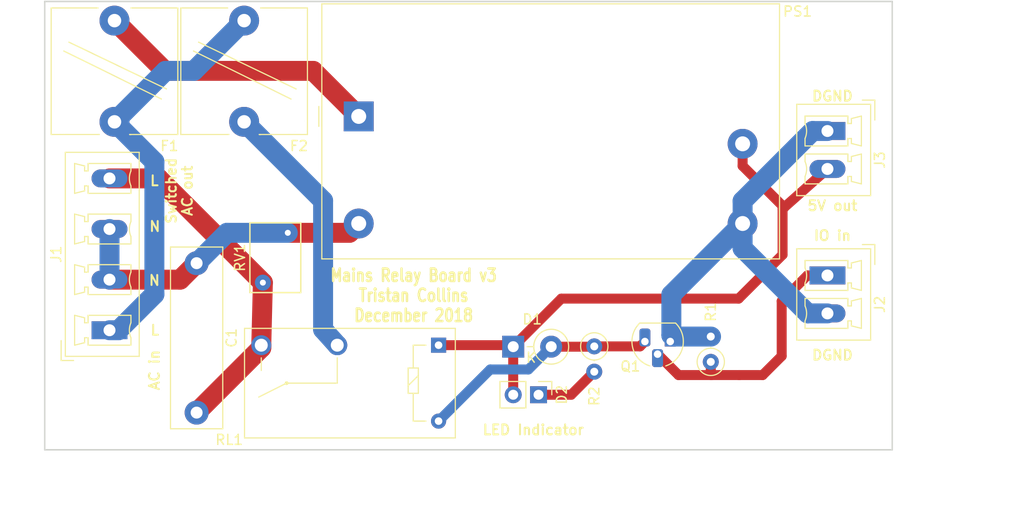
<source format=kicad_pcb>
(kicad_pcb (version 20211014) (generator pcbnew)
  (layers (0 "F.Cu" signal) (31 "B.Cu" signal) (34 "B.Paste" user) (35 "F.Paste" user) (36 "B.SilkS" user "B.Silkscreen") (37 "F.SilkS" user "F.Silkscreen") (38 "B.Mask" user) (39 "F.Mask" user) (44 "Edge.Cuts" user))
  (net 0 "")
  (net 1 "Net-(C1-Pad1)")
  (net 2 "Net-(C1-Pad2)")
  (net 3 "GNDD")
  (net 4 "5V")
  (net 5 "Net-(D1-Pad2)")
  (net 6 "Net-(D2-Pad1)")
  (net 7 "Net-(F1-Pad2)")
  (net 8 "Net-(F1-Pad1)")
  (net 9 "Net-(F2-Pad2)")
  (net 10 "Net-(J2-Pad1)")
  (footprint "Mounting_Holes:MountingHole_3.2mm_M3" (layer "F.Cu") (at 175 91)
    (fp_text reference "REF**" hide)
    (fp_text value "MountingHole_3.2mm_M3")
    (pad "" np_thru_hole circle locked (at 0 0) (size 3.2 3.2) (drill 3.2) (layers F&B.Cu *.Mask) (clearance 4))
  )
  (footprint "Mounting_Holes:MountingHole_3.2mm_M3" (layer "F.Cu") (at 175 126)
    (fp_text reference "REF**" hide)
    (fp_text value "MountingHole_3.2mm_M3")
    (pad "" np_thru_hole circle locked (at 0 0) (size 3.2 3.2) (drill 3.2) (layers F&B.Cu *.Mask) (clearance 4))
  )
  (footprint "Mounting_Holes:MountingHole_3.2mm_M3" (layer "F.Cu") (at 100 126)
    (fp_text reference "REF**" hide)
    (fp_text value "MountingHole_3.2mm_M3")
    (pad "" np_thru_hole circle locked (at 0 0) (size 3.2 3.2) (drill 3.2) (layers F&B.Cu *.Mask) (clearance 4))
  )
  (footprint "Capacitor_THT:C_Rect_L18.0mm_W5.0mm_P15.00mm_FKS3_FKP3" (layer "F.Cu") (at 110.236 112.268 -90)
    (fp_text reference "C1" (at 7.5 -3.5 -90) (layer "F.SilkS"))
    (fp_text value "100nF")
    (fp_line (start -1.62 -2.62) (end -1.62 2.62) (layer "F.SilkS") (width 0.12))
    (fp_line (start -1.62 2.62) (end 16.62 2.62) (layer "F.SilkS") (width 0.12))
    (fp_line (start 16.62 -2.62) (end 16.62 2.62) (layer "F.SilkS") (width 0.12))
    (fp_line (start -1.62 -2.62) (end 16.62 -2.62) (layer "F.SilkS") (width 0.12))
    (pad "1" thru_hole circle locked (at 0 0 270) (size 2.4 2.4) (drill 1.2) (layers *.Cu *.Mask) (net 1 "Net-(C1-Pad1)"))
    (pad "2" thru_hole circle locked (at 15 0 270) (size 2.4 2.4) (drill 1.2) (layers *.Cu *.Mask) (net 2 "Net-(C1-Pad2)"))
  )
  (footprint "Diode_THT:D_DO-41_SOD81_P3.81mm_Vertical_KathodeUp" (layer "F.Cu") (at 141.986 120.65)
    (fp_text reference "D1" (at 1.905 -2.750635) (layer "F.SilkS"))
    (fp_text value "D")
    (fp_text user "K" (at 1.8 1.1) (layer "F.SilkS"))
    (fp_line (start 2.059365 0) (end 1.4 0) (layer "F.SilkS") (width 0.12))
    (fp_circle (center 3.81 0) (end 5.560635 0) (layer "F.SilkS") (width 0.12) (fill none))
    (pad "1" thru_hole rect (at 0 0) (size 2.2 2.2) (drill 1.1) (layers *.Cu *.Mask) (net 4 "5V"))
    (pad "2" thru_hole oval (at 3.81 0) (size 2.2 2.2) (drill 1.1) (layers *.Cu *.Mask) (net 5 "Net-(D1-Pad2)"))
  )
  (footprint "Connector_PinHeader_2.54mm:PinHeader_1x02_P2.54mm_Vertical" (layer "F.Cu") (at 144.526 125.476 -90)
    (fp_text reference "D2" (at 0 -2.33 90) (layer "F.SilkS"))
    (fp_text value "LED")
    (fp_line (start 1.33 1.27) (end 1.33 3.87) (layer "F.SilkS") (width 0.12))
    (fp_line (start -1.33 3.87) (end 1.33 3.87) (layer "F.SilkS") (width 0.12))
    (fp_line (start -1.33 1.27) (end 1.33 1.27) (layer "F.SilkS") (width 0.12))
    (fp_line (start -1.33 -1.33) (end 0 -1.33) (layer "F.SilkS") (width 0.12))
    (fp_line (start -1.33 0) (end -1.33 -1.33) (layer "F.SilkS") (width 0.12))
    (fp_line (start -1.33 1.27) (end -1.33 3.87) (layer "F.SilkS") (width 0.12))
    (pad "1" thru_hole rect (at 0 0 270) (size 1.7 1.7) (drill 1) (layers *.Cu *.Mask) (net 6 "Net-(D2-Pad1)"))
    (pad "2" thru_hole oval (at 0 2.54 270) (size 1.7 1.7) (drill 1) (layers *.Cu *.Mask) (net 4 "5V"))
  )
  (footprint "Connector_Phoenix_MC:PhoenixContact_MCV_1,5_2-G-3.81_1x02_P3.81mm_Vertical" (layer "F.Cu") (at 173.5 113.5 -90)
    (fp_text reference "J2" (at 2.905 -5.25 -90) (layer "F.SilkS"))
    (fp_text value "Screw_Terminal_1x02")
    (fp_line (start -1.5 2.25) (end -1.5 -2.05) (layer "F.SilkS") (width 0.12))
    (fp_line (start -3.1 -4.75) (end -1.1 -4.75) (layer "F.SilkS") (width 0.12))
    (fp_line (start 4.56 -2.4) (end 4.56 -2.05) (layer "F.SilkS") (width 0.12))
    (fp_line (start 3.06 2.25) (end 2.31 2.25) (layer "F.SilkS") (width 0.12))
    (fp_line (start 0.75 -2.4) (end 0.75 -2.05) (layer "F.SilkS") (width 0.12))
    (fp_line (start -1.25 -2.4) (end -1.5 -3.4) (layer "F.SilkS") (width 0.12))
    (fp_line (start -1.5 -2.05) (end -0.75 -2.05) (layer "F.SilkS") (width 0.12))
    (fp_line (start -1.5 -3.4) (end 1.5 -3.4) (layer "F.SilkS") (width 0.12))
    (fp_line (start -0.75 -2.4) (end -1.25 -2.4) (layer "F.SilkS") (width 0.12))
    (fp_line (start 1.5 -3.4) (end 1.25 -2.4) (layer "F.SilkS") (width 0.12))
    (fp_line (start 2.31 2.25) (end 2.31 -2.05) (layer "F.SilkS") (width 0.12))
    (fp_line (start 1.5 2.25) (end 0.75 2.25) (layer "F.SilkS") (width 0.12))
    (fp_line (start 5.06 -2.4) (end 4.56 -2.4) (layer "F.SilkS") (width 0.12))
    (fp_line (start 2.31 -3.4) (end 5.31 -3.4) (layer "F.SilkS") (width 0.12))
    (fp_line (start 1.25 -2.4) (end 0.75 -2.4) (layer "F.SilkS") (width 0.12))
    (fp_line (start 0.75 -2.05) (end 1.5 -2.05) (layer "F.SilkS") (width 0.12))
    (fp_line (start 5.31 -2.05) (end 5.31 2.25) (layer "F.SilkS") (width 0.12))
    (fp_line (start 3.06 -2.05) (end 3.06 -2.4) (layer "F.SilkS") (width 0.12))
    (fp_line (start 2.31 -2.05) (end 3.06 -2.05) (layer "F.SilkS") (width 0.12))
    (fp_line (start -0.75 2.25) (end -1.5 2.25) (layer "F.SilkS") (width 0.12))
    (fp_line (start -2.68 -4.33) (end -2.68 3.08) (layer "F.SilkS") (width 0.12))
    (fp_line (start 5.31 2.25) (end 4.56 2.25) (layer "F.SilkS") (width 0.12))
    (fp_line (start -3.1 -3.5) (end -3.1 -4.75) (layer "F.SilkS") (width 0.12))
    (fp_line (start 6.49 3.08) (end 6.49 -4.33) (layer "F.SilkS") (width 0.12))
    (fp_line (start 6.49 -4.33) (end -2.68 -4.33) (layer "F.SilkS") (width 0.12))
    (fp_line (start 1.5 -2.05) (end 1.5 2.25) (layer "F.SilkS") (width 0.12))
    (fp_line (start 3.06 -2.4) (end 2.56 -2.4) (layer "F.SilkS") (width 0.12))
    (fp_line (start 2.56 -2.4) (end 2.31 -3.4) (layer "F.SilkS") (width 0.12))
    (fp_line (start 4.56 -2.05) (end 5.31 -2.05) (layer "F.SilkS") (width 0.12))
    (fp_line (start 5.31 -3.4) (end 5.06 -2.4) (layer "F.SilkS") (width 0.12))
    (fp_line (start -2.68 3.08) (end 6.49 3.08) (layer "F.SilkS") (width 0.12))
    (fp_line (start -0.75 -2.05) (end -0.75 -2.4) (layer "F.SilkS") (width 0.12))
    (fp_arc (start -0.75 2.25) (mid -0.000193 2.09191) (end 0.749647 2.249844) (layer "F.SilkS") (width 0.12))
    (fp_arc (start 3.06 2.25) (mid 3.809807 2.09191) (end 4.559647 2.249844) (layer "F.SilkS") (width 0.12))
    (pad "1" thru_hole rect locked (at 0 0 270) (size 1.8 3.6) (drill 1.2) (layers *.Cu *.Mask) (net 10 "Net-(J2-Pad1)"))
    (pad "2" thru_hole oval locked (at 3.81 0 270) (size 1.8 3.6) (drill 1.2) (layers *.Cu *.Mask) (net 3 "GNDD"))
  )
  (footprint "Connector_Phoenix_MC:PhoenixContact_MCV_1,5_2-G-3.81_1x02_P3.81mm_Vertical" (layer "F.Cu") (at 173.5 99 -90)
    (fp_text reference "J3" (at 2.905 -5.25 -90) (layer "F.SilkS"))
    (fp_text value "Screw_Terminal_1x02")
    (fp_line (start 5.31 -3.4) (end 5.06 -2.4) (layer "F.SilkS") (width 0.12))
    (fp_line (start 0.75 -2.05) (end 1.5 -2.05) (layer "F.SilkS") (width 0.12))
    (fp_line (start -0.75 2.25) (end -1.5 2.25) (layer "F.SilkS") (width 0.12))
    (fp_line (start -1.5 -3.4) (end 1.5 -3.4) (layer "F.SilkS") (width 0.12))
    (fp_line (start -2.68 3.08) (end 6.49 3.08) (layer "F.SilkS") (width 0.12))
    (fp_line (start 5.06 -2.4) (end 4.56 -2.4) (layer "F.SilkS") (width 0.12))
    (fp_line (start -1.25 -2.4) (end -1.5 -3.4) (layer "F.SilkS") (width 0.12))
    (fp_line (start -3.1 -4.75) (end -1.1 -4.75) (layer "F.SilkS") (width 0.12))
    (fp_line (start -0.75 -2.05) (end -0.75 -2.4) (layer "F.SilkS") (width 0.12))
    (fp_line (start 2.31 -3.4) (end 5.31 -3.4) (layer "F.SilkS") (width 0.12))
    (fp_line (start 4.56 -2.4) (end 4.56 -2.05) (layer "F.SilkS") (width 0.12))
    (fp_line (start 1.5 -3.4) (end 1.25 -2.4) (layer "F.SilkS") (width 0.12))
    (fp_line (start 1.5 -2.05) (end 1.5 2.25) (layer "F.SilkS") (width 0.12))
    (fp_line (start 1.25 -2.4) (end 0.75 -2.4) (layer "F.SilkS") (width 0.12))
    (fp_line (start 2.31 2.25) (end 2.31 -2.05) (layer "F.SilkS") (width 0.12))
    (fp_line (start 3.06 -2.05) (end 3.06 -2.4) (layer "F.SilkS") (width 0.12))
    (fp_line (start -1.5 -2.05) (end -0.75 -2.05) (layer "F.SilkS") (width 0.12))
    (fp_line (start 2.56 -2.4) (end 2.31 -3.4) (layer "F.SilkS") (width 0.12))
    (fp_line (start -1.5 2.25) (end -1.5 -2.05) (layer "F.SilkS") (width 0.12))
    (fp_line (start 6.49 -4.33) (end -2.68 -4.33) (layer "F.SilkS") (width 0.12))
    (fp_line (start -3.1 -3.5) (end -3.1 -4.75) (layer "F.SilkS") (width 0.12))
    (fp_line (start 5.31 -2.05) (end 5.31 2.25) (layer "F.SilkS") (width 0.12))
    (fp_line (start 2.31 -2.05) (end 3.06 -2.05) (layer "F.SilkS") (width 0.12))
    (fp_line (start 4.56 -2.05) (end 5.31 -2.05) (layer "F.SilkS") (width 0.12))
    (fp_line (start 1.5 2.25) (end 0.75 2.25) (layer "F.SilkS") (width 0.12))
    (fp_line (start -2.68 -4.33) (end -2.68 3.08) (layer "F.SilkS") (width 0.12))
    (fp_line (start 5.31 2.25) (end 4.56 2.25) (layer "F.SilkS") (width 0.12))
    (fp_line (start -0.75 -2.4) (end -1.25 -2.4) (layer "F.SilkS") (width 0.12))
    (fp_line (start 6.49 3.08) (end 6.49 -4.33) (layer "F.SilkS") (width 0.12))
    (fp_line (start 0.75 -2.4) (end 0.75 -2.05) (layer "F.SilkS") (width 0.12))
    (fp_line (start 3.06 -2.4) (end 2.56 -2.4) (layer "F.SilkS") (width 0.12))
    (fp_line (start 3.06 2.25) (end 2.31 2.25) (layer "F.SilkS") (width 0.12))
    (fp_arc (start -0.75 2.25) (mid -0.000193 2.09191) (end 0.749647 2.249844) (layer "F.SilkS") (width 0.12))
    (fp_arc (start 3.06 2.25) (mid 3.809807 2.09191) (end 4.559647 2.249844) (layer "F.SilkS") (width 0.12))
    (pad "1" thru_hole rect locked (at 0 0 270) (size 1.8 3.6) (drill 1.2) (layers *.Cu *.Mask) (net 3 "GNDD"))
    (pad "2" thru_hole oval locked (at 3.81 0 270) (size 1.8 3.6) (drill 1.2) (layers *.Cu *.Mask) (net 4 "5V"))
  )
  (footprint "Package_TO_SOT_THT:TO-92_HandSolder" (layer "F.Cu") (at 157.734 120.13 180)
    (fp_text reference "Q1" (at 4 -2.5) (layer "F.SilkS"))
    (fp_text value "TN0702N3")
    (fp_line (start -0.53 1.85) (end 3.07 1.85) (layer "F.SilkS") (width 0.12))
    (fp_arc (start -0.541875 1.841741) (mid -1.247231 -0.581764) (end 0.45 -2.45) (layer "F.SilkS") (width 0.12))
    (fp_arc (start 2.05 -2.45) (mid 3.769931 -0.601036) (end 3.078445 1.827684) (layer "F.SilkS") (width 0.12))
    (pad "1" thru_hole rect locked (at 0 0 180) (size 1.1 1.8) (drill 0.75 (offset 0 0.4)) (layers *.Cu *.Mask) (net 3 "GNDD"))
    (pad "2" thru_hole roundrect locked (at 1.27 -1.27 180) (size 1.1 1.8) (drill 0.75 (offset 0 -0.4)) (layers *.Cu *.Mask) (net 10 "Net-(J2-Pad1)"))
    (pad "3" thru_hole roundrect locked (at 2.54 0 180) (size 1.1 1.8) (drill 0.75 (offset 0 0.4)) (layers *.Cu *.Mask) (net 5 "Net-(D1-Pad2)"))
  )
  (footprint "Varistor:RV_Disc_D7mm_W5.1mm_P5mm" (layer "F.Cu") (at 119.38 109.22 -90)
    (fp_text reference "RV1" (at 2.5 4.8 -90) (layer "F.SilkS"))
    (fp_text value "400V")
    (fp_line (start -1 -1.3) (end -1 3.8) (layer "F.SilkS") (width 0.15))
    (fp_line (start 6 -1.3) (end 6 3.8) (layer "F.SilkS") (width 0.15))
    (fp_line (start -1 -1.3) (end 6 -1.3) (layer "F.SilkS") (width 0.15))
    (fp_line (start -1 3.8) (end 6 3.8) (layer "F.SilkS") (width 0.15))
    (pad "1" thru_hole circle locked (at 0 0 270) (size 1.6 1.6) (drill 0.6) (layers *.Cu *.Mask) (net 1 "Net-(C1-Pad1)"))
    (pad "2" thru_hole circle locked (at 5 2.5 270) (size 1.6 1.6) (drill 0.6) (layers *.Cu *.Mask) (net 2 "Net-(C1-Pad2)"))
  )
  (footprint "Converter_ACDC:Converter_ACDC_MeanWell_IRM-05-xx_THT" (layer "F.Cu") (at 126.492 97.536)
    (fp_text reference "PS1" (at 44.008 -10.536) (layer "F.SilkS"))
    (fp_text value "IRM-10-5")
    (fp_line (start -3.7 -11.3) (end 42.2 -11.3) (layer "F.SilkS") (width 0.12))
    (fp_line (start 42.2 -11.3) (end 42.2 14.3) (layer "F.SilkS") (width 0.12))
    (fp_line (start -3.7 -11.3) (end -3.7 14.3) (layer "F.SilkS") (width 0.12))
    (fp_line (start -3.7 14.3) (end 42.2 14.3) (layer "F.SilkS") (width 0.12))
    (fp_line (start -4 -1) (end -4 1) (layer "F.SilkS") (width 0.12))
    (pad "1" thru_hole rect locked (at 0 0) (size 3 3) (drill 1.5) (layers *.Cu *.Mask) (net 8 "Net-(F1-Pad1)"))
    (pad "2" thru_hole circle locked (at 0 10.75) (size 3 3) (drill 1.5) (layers *.Cu *.Mask) (net 1 "Net-(C1-Pad1)"))
    (pad "3" thru_hole circle locked (at 38.5 10.75) (size 3 3) (drill 1.5) (layers *.Cu *.Mask) (net 3 "GNDD"))
    (pad "4" thru_hole circle locked (at 38.5 2.75) (size 3 3) (drill 1.5) (layers *.Cu *.Mask) (net 4 "5V"))
  )
  (footprint "Relay_THT:Relay_SPST_Omron-G5Q-1A" (layer "F.Cu") (at 134.5 120.5 180)
    (fp_text reference "RL1" (at 21 -9.5) (layer "F.SilkS"))
    (fp_text value "G5Q-1A")
    (fp_line (start -1.68 1.69) (end 19.46 1.69) (layer "F.SilkS") (width 0.12))
    (fp_line (start 17.78 -1.27) (end 17.78 -2.54) (layer "F.SilkS") (width 0.12))
    (fp_line (start 2.54 -4.83) (end 3.05 -4.83) (layer "F.SilkS") (width 0.12))
    (fp_line (start 2.03 -4.83) (end 2.54 -4.83) (layer "F.SilkS") (width 0.12))
    (fp_line (start -1.68 1.69) (end -1.68 -9.31) (layer "F.SilkS") (width 0.12))
    (fp_line (start 3.05 -4.83) (end 3.05 -2.29) (layer "F.SilkS") (width 0.12))
    (fp_line (start 2.03 -2.29) (end 2.03 -4.83) (layer "F.SilkS") (width 0.12))
    (fp_line (start 2.54 -7.62) (end 1.27 -7.62) (layer "F.SilkS") (width 0.12))
    (fp_line (start 2.54 -4.83) (end 2.54 -7.62) (layer "F.SilkS") (width 0.12))
    (fp_line (start 19.46 1.69) (end 19.46 -9.31) (layer "F.SilkS") (width 0.12))
    (fp_line (start 10.16 -1.27) (end 10.16 -3.81) (layer "F.SilkS") (width 0.12))
    (fp_line (start 2.54 -2.29) (end 2.03 -2.29) (layer "F.SilkS") (width 0.12))
    (fp_line (start 1.27 0) (end 2.54 0) (layer "F.SilkS") (width 0.12))
    (fp_line (start 10.16 -3.81) (end 15.24 -3.81) (layer "F.SilkS") (width 0.12))
    (fp_line (start -1.68 -9.31) (end 19.46 -9.31) (layer "F.SilkS") (width 0.12))
    (fp_line (start 2.54 0) (end 2.54 -2.29) (layer "F.SilkS") (width 0.12))
    (fp_line (start 2.03 -3.05) (end 3.05 -4.06) (layer "F.SilkS") (width 0.12))
    (fp_line (start 15.24 -3.81) (end 18.03 -5.21) (layer "F.SilkS") (width 0.12))
    (fp_line (start 3.05 -2.29) (end 2.54 -2.29) (layer "F.SilkS") (width 0.12))
    (fp_circle (center 15.24 -3.81) (end 15.24 -3.68) (layer "F.SilkS") (width 0.12) (fill none))
    (pad "1" thru_hole rect locked (at 0 0) (size 1.52 1.52) (drill 0.76) (layers *.Cu *.Mask) (net 4 "5V"))
    (pad "2" thru_hole circle locked (at 10.16 0) (size 2 2) (drill 1.3) (layers *.Cu *.Mask) (net 9 "Net-(F2-Pad2)"))
    (pad "3" thru_hole circle locked (at 17.78 0) (size 2 2) (drill 1.3) (layers *.Cu *.Mask) (net 2 "Net-(C1-Pad2)"))
    (pad "5" thru_hole circle locked (at 0 -7.62) (size 1.52 1.52) (drill 0.76) (layers *.Cu *.Mask) (net 5 "Net-(D1-Pad2)"))
  )
  (footprint "Fuse:Fuseholder_Cylinder-5x20mm_Bulgin_FX0456_Vertical_Closed" (layer "F.Cu") (at 115 87.92 -90)
    (fp_text reference "F2" (at 12.58 -5.5) (layer "F.SilkS"))
    (fp_text value "5-16A")
    (fp_line (start 11.43 -1.52) (end 11.43 -1.65) (layer "F.SilkS") (width 0.12))
    (fp_line (start 11.43 -6.35) (end 11.43 -1.52) (layer "F.SilkS") (width 0.12))
    (fp_line (start 11.43 -6.35) (end -1.27 -6.35) (layer "F.SilkS") (width 0.12))
    (fp_line (start 7.87 -4.7) (end 3.05 5.08) (layer "F.SilkS") (width 0.12))
    (fp_line (start 11.43 6.35) (end 11.43 1.52) (layer "F.SilkS") (width 0.12))
    (fp_line (start -1.27 6.35) (end -1.27 1.65) (layer "F.SilkS") (width 0.12))
    (fp_line (start -1.27 6.35) (end 11.43 6.35) (layer "F.SilkS") (width 0.12))
    (fp_line (start -1.27 -6.35) (end -1.27 -1.65) (layer "F.SilkS") (width 0.12))
    (fp_line (start 6.86 -5.21) (end 2.16 4.57) (layer "F.SilkS") (width 0.12))
    (pad "" np_thru_hole circle locked (at 0.08 -5 270) (size 2.2 2.2) (drill 2.2) (layers *.Cu *.Mask))
    (pad "" np_thru_hole circle locked (at 0.08 5 270) (size 2.2 2.2) (drill 2.2) (layers *.Cu *.Mask))
    (pad "" np_thru_hole circle locked (at 10.08 5 270) (size 2.2 2.2) (drill 2.2) (layers *.Cu *.Mask))
    (pad "" np_thru_hole circle locked (at 10.08 -5 270) (size 2.2 2.2) (drill 2.2) (layers *.Cu *.Mask))
    (pad "1" thru_hole circle locked (at 0 0 270) (size 3 3) (drill 1.35) (layers *.Cu *.Mask) (net 7 "Net-(F1-Pad2)"))
    (pad "2" thru_hole circle locked (at 10.16 0 270) (size 3 3) (drill 1.35) (layers *.Cu *.Mask) (net 9 "Net-(F2-Pad2)"))
  )
  (footprint "Resistor_THT:R_Axial_DIN0207_L6.3mm_D2.5mm_P2.54mm_Vertical" (layer "F.Cu") (at 161.798 122.174 90)
    (fp_text reference "R1" (at 5 0 90) (layer "F.SilkS"))
    (fp_text value "10k")
    (fp_line (start 1.37 0) (end 1.44 0) (layer "F.SilkS") (width 0.12))
    (fp_circle (center 0 0) (end 1.37 0) (layer "F.SilkS") (width 0.12) (fill none))
    (pad "1" thru_hole circle locked (at 0 0 90) (size 1.6 1.6) (drill 0.8) (layers *.Cu *.Mask) (net 10 "Net-(J2-Pad1)"))
    (pad "2" thru_hole oval locked (at 2.54 0 90) (size 1.6 1.6) (drill 0.8) (layers *.Cu *.Mask) (net 3 "GNDD"))
  )
  (footprint "Resistor_THT:R_Axial_DIN0207_L6.3mm_D2.5mm_P2.54mm_Vertical" (layer "F.Cu") (at 150.114 120.621 -90)
    (fp_text reference "R2" (at 5 0 90) (layer "F.SilkS"))
    (fp_text value "1k")
    (fp_line (start 1.37 0) (end 1.44 0) (layer "F.SilkS") (width 0.12))
    (fp_circle (center 0 0) (end 1.37 0) (layer "F.SilkS") (width 0.12) (fill none))
    (pad "1" thru_hole circle locked (at 0 0 270) (size 1.6 1.6) (drill 0.8) (layers *.Cu *.Mask) (net 5 "Net-(D1-Pad2)"))
    (pad "2" thru_hole oval locked (at 2.54 0 270) (size 1.6 1.6) (drill 0.8) (layers *.Cu *.Mask) (net 6 "Net-(D2-Pad1)"))
  )
  (footprint "Fuse:Fuseholder_Cylinder-5x20mm_Bulgin_FX0456_Vertical_Closed" (layer "F.Cu") (at 102 87.92 -90)
    (fp_text reference "F1" (at 12.58 -5.5) (layer "F.SilkS"))
    (fp_text value "500mA")
    (fp_line (start 11.43 -6.35) (end 11.43 -1.52) (layer "F.SilkS") (width 0.12))
    (fp_line (start -1.27 6.35) (end -1.27 1.65) (layer "F.SilkS") (width 0.12))
    (fp_line (start 11.43 -6.35) (end -1.27 -6.35) (layer "F.SilkS") (width 0.12))
    (fp_line (start 7.87 -4.7) (end 3.05 5.08) (layer "F.SilkS") (width 0.12))
    (fp_line (start -1.27 6.35) (end 11.43 6.35) (layer "F.SilkS") (width 0.12))
    (fp_line (start -1.27 -6.35) (end -1.27 -1.65) (layer "F.SilkS") (width 0.12))
    (fp_line (start 11.43 -1.52) (end 11.43 -1.65) (layer "F.SilkS") (width 0.12))
    (fp_line (start 11.43 6.35) (end 11.43 1.52) (layer "F.SilkS") (width 0.12))
    (fp_line (start 6.86 -5.21) (end 2.16 4.57) (layer "F.SilkS") (width 0.12))
    (pad "" np_thru_hole circle locked (at 0.08 -5 270) (size 2.2 2.2) (drill 2.2) (layers *.Cu *.Mask))
    (pad "" np_thru_hole circle locked (at 10.08 -5 270) (size 2.2 2.2) (drill 2.2) (layers *.Cu *.Mask))
    (pad "" np_thru_hole circle locked (at 0.08 5 270) (size 2.2 2.2) (drill 2.2) (layers *.Cu *.Mask))
    (pad "" np_thru_hole circle locked (at 10.08 5 270) (size 2.2 2.2) (drill 2.2) (layers *.Cu *.Mask))
    (pad "1" thru_hole circle locked (at 0 0 270) (size 3 3) (drill 1.35) (layers *.Cu *.Mask) (net 8 "Net-(F1-Pad1)"))
    (pad "2" thru_hole circle locked (at 10.16 0 270) (size 3 3) (drill 1.35) (layers *.Cu *.Mask) (net 7 "Net-(F1-Pad2)"))
  )
  (footprint "Connector_Phoenix_MC_HighVoltage:PhoenixContact_MCV_1,5_4-G-5.08_1x04_P5.08mm_Vertical" (layer "F.Cu") (at 101.5 119 90)
    (fp_text reference "J1" (at 7.62 -5.35 90) (layer "F.SilkS"))
    (fp_text value "Screw_Terminal_1x04")
    (fp_line (start 4.33 2.15) (end 3.58 2.15) (layer "F.SilkS") (width 0.12))
    (fp_line (start 0.75 -2.15) (end 1.5 -2.15) (layer "F.SilkS") (width 0.12))
    (fp_line (start 9.41 -2.15) (end 9.41 -2.5) (layer "F.SilkS") (width 0.12))
    (fp_line (start 3.83 -2.5) (end 3.58 -3.5) (layer "F.SilkS") (width 0.12))
    (fp_line (start 9.41 -2.5) (end 8.91 -2.5) (layer "F.SilkS") (width 0.12))
    (fp_line (start 6.58 -2.15) (end 6.58 2.15) (layer "F.SilkS") (width 0.12))
    (fp_line (start 16.74 2.15) (end 15.99 2.15) (layer "F.SilkS") (width 0.12))
    (fp_line (start 1.5 -2.15) (end 1.5 2.15) (layer "F.SilkS") (width 0.12))
    (fp_line (start -2.62 -4.43) (end -2.62 2.98) (layer "F.SilkS") (width 0.12))
    (fp_line (start 4.33 -2.5) (end 3.83 -2.5) (layer "F.SilkS") (width 0.12))
    (fp_line (start 1.25 -2.5) (end 0.75 -2.5) (layer "F.SilkS") (width 0.12))
    (fp_line (start 11.41 -2.5) (end 10.91 -2.5) (layer "F.SilkS") (width 0.12))
    (fp_line (start 9.41 2.15) (end 8.66 2.15) (layer "F.SilkS") (width 0.12))
    (fp_line (start 5.83 -2.5) (end 5.83 -2.15) (layer "F.SilkS") (width 0.12))
    (fp_line (start 1.5 -3.5) (end 1.25 -2.5) (layer "F.SilkS") (width 0.12))
    (fp_line (start 16.49 -2.5) (end 15.99 -2.5) (layer "F.SilkS") (width 0.12))
    (fp_line (start -0.75 -2.15) (end -0.75 -2.5) (layer "F.SilkS") (width 0.12))
    (fp_line (start 13.99 -2.5) (end 13.74 -3.5) (layer "F.SilkS") (width 0.12))
    (fp_line (start 3.58 2.15) (end 3.58 -2.15) (layer "F.SilkS") (width 0.12))
    (fp_line (start 8.66 -3.5) (end 11.66 -3.5) (layer "F.SilkS") (width 0.12))
    (fp_line (start 14.49 2.15) (end 13.74 2.15) (layer "F.SilkS") (width 0.12))
    (fp_line (start 16.74 -2.15) (end 16.74 2.15) (layer "F.SilkS") (width 0.12))
    (fp_line (start -0.75 -2.5) (end -1.25 -2.5) (layer "F.SilkS") (width 0.12))
    (fp_line (start 5.83 -2.15) (end 6.58 -2.15) (layer "F.SilkS") (width 0.12))
    (fp_line (start 3.58 -3.5) (end 6.58 -3.5) (layer "F.SilkS") (width 0.12))
    (fp_line (start -1.5 2.15) (end -1.5 -2.15) (layer "F.SilkS") (width 0.12))
    (fp_line (start 14.49 -2.15) (end 14.49 -2.5) (layer "F.SilkS") (width 0.12))
    (fp_line (start 3.58 -2.15) (end 4.33 -2.15) (layer "F.SilkS") (width 0.12))
    (fp_line (start -2.62 2.98) (end 17.86 2.98) (layer "F.SilkS") (width 0.12))
    (fp_line (start 14.49 -2.5) (end 13.99 -2.5) (layer "F.SilkS") (width 0.12))
    (fp_line (start 8.91 -2.5) (end 8.66 -3.5) (layer "F.SilkS") (width 0.12))
    (fp_line (start 13.74 -3.5) (end 16.74 -3.5) (layer "F.SilkS") (width 0.12))
    (fp_line (start 4.33 -2.15) (end 4.33 -2.5) (layer "F.SilkS") (width 0.12))
    (fp_line (start 16.74 -3.5) (end 16.49 -2.5) (layer "F.SilkS") (width 0.12))
    (fp_line (start -0.75 2.15) (end -1.5 2.15) (layer "F.SilkS") (width 0.12))
    (fp_line (start 15.99 -2.5) (end 15.99 -2.15) (layer "F.SilkS") (width 0.12))
    (fp_line (start 0.75 -2.5) (end 0.75 -2.15) (layer "F.SilkS") (width 0.12))
    (fp_line (start 17.86 -4.43) (end -2.62 -4.43) (layer "F.SilkS") (width 0.12))
    (fp_line (start -1.5 -2.15) (end -0.75 -2.15) (layer "F.SilkS") (width 0.12))
    (fp_line (start 15.99 -2.15) (end 16.74 -2.15) (layer "F.SilkS") (width 0.12))
    (fp_line (start 11.66 -2.15) (end 11.66 2.15) (layer "F.SilkS") (width 0.12))
    (fp_line (start 8.66 -2.15) (end 9.41 -2.15) (layer "F.SilkS") (width 0.12))
    (fp_line (start 17.86 2.98) (end 17.86 -4.43) (layer "F.SilkS") (width 0.12))
    (fp_line (start 1.5 2.15) (end 0.75 2.15) (layer "F.SilkS") (width 0.12))
    (fp_line (start 13.74 -2.15) (end 14.49 -2.15) (layer "F.SilkS") (width 0.12))
    (fp_line (start 13.74 2.15) (end 13.74 -2.15) (layer "F.SilkS") (width 0.12))
    (fp_line (start 8.66 2.15) (end 8.66 -2.15) (layer "F.SilkS") (width 0.12))
    (fp_line (start -1.25 -2.5) (end -1.5 -3.5) (layer "F.SilkS") (width 0.12))
    (fp_line (start 11.66 -3.5) (end 11.41 -2.5) (layer "F.SilkS") (width 0.12))
    (fp_line (start -3.04 -4.85) (end -1.04 -4.85) (layer "F.SilkS") (width 0.12))
    (fp_line (start 11.66 2.15) (end 10.91 2.15) (layer "F.SilkS") (width 0.12))
    (fp_line (start 6.33 -2.5) (end 5.83 -2.5) (layer "F.SilkS") (width 0.12))
    (fp_line (start -3.04 -3.6) (end -3.04 -4.85) (layer "F.SilkS") (width 0.12))
    (fp_line (start -1.5 -3.5) (end 1.5 -3.5) (layer "F.SilkS") (width 0.12))
    (fp_line (start 10.91 -2.15) (end 11.66 -2.15) (layer "F.SilkS") (width 0.12))
    (fp_line (start 6.58 -3.5) (end 6.33 -2.5) (layer "F.SilkS") (width 0.12))
    (fp_line (start 10.91 -2.5) (end 10.91 -2.15) (layer "F.SilkS") (width 0.12))
    (fp_line (start 6.58 2.15) (end 5.83 2.15) (layer "F.SilkS") (width 0.12))
    (fp_arc (start 9.41 2.15) (mid 10.159807 1.99191) (end 10.909647 2.149844) (layer "F.SilkS") (width 0.12))
    (fp_arc (start 4.33 2.15) (mid 5.079807 1.99191) (end 5.829647 2.149844) (layer "F.SilkS") (width 0.12))
    (fp_arc (start -0.75 2.15) (mid -0.000193 1.99191) (end 0.749647 2.149844) (layer "F.SilkS") (width 0.12))
    (fp_arc (start 14.49 2.15) (mid 15.239807 1.99191) (end 15.989647 2.149844) (layer "F.SilkS") (width 0.12))
    (pad "1" thru_hole rect locked (at 0 0 90) (size 1.8 3.6) (drill 1.2) (layers *.Cu *.Mask) (net 7 "Net-(F1-Pad2)"))
    (pad "2" thru_hole oval locked (at 5.08 0 90) (size 1.8 3.6) (drill 1.2) (layers *.Cu *.Mask) (net 1 "Net-(C1-Pad1)"))
    (pad "3" thru_hole oval locked (at 10.16 0 90) (size 1.8 3.6) (drill 1.2) (layers *.Cu *.Mask) (net 1 "Net-(C1-Pad1)"))
    (pad "4" thru_hole oval locked (at 15.24 0 90) (size 1.8 3.6) (drill 1.2) (layers *.Cu *.Mask) (net 2 "Net-(C1-Pad2)"))
  )
  (gr_line (start 95 86) (end 180 86) (layer "Edge.Cuts") (width 0.15))
  (gr_line (start 180 131) (end 95 131) (layer "Edge.Cuts") (width 0.15))
  (gr_line (start 180 86) (end 180 131) (layer "Edge.Cuts") (width 0.15))
  (gr_line (start 95 131) (end 95 86) (layer "Edge.Cuts") (width 0.15))
  (gr_text "N" (at 106.045 108.585) (layer "F.SilkS") (effects (font (size 1 1) (thickness 0.2))))
  (gr_text "IO in" (at 174 109.5) (layer "F.SilkS") (effects (font (size 1 1) (thickness 0.2))))
  (gr_text "5V out" (at 174 106.5) (layer "F.SilkS") (effects (font (size 1 1) (thickness 0.2))))
  (gr_text "LED Indicator" (at 144 129) (layer "F.SilkS") (effects (font (size 1 1) (thickness 0.2))))
  (gr_text "Mains Relay Board v3\nTristan Collins\nDecember 2018" (at 132 115.5) (layer "F.SilkS") (effects (font (size 1.25 1) (thickness 0.25))))
  (gr_text "AC in" (at 106 123 90) (layer "F.SilkS") (effects (font (size 1 1) (thickness 0.2))))
  (gr_text "L" (at 106.045 119) (layer "F.SilkS") (effects (font (size 1 1) (thickness 0.2))))
  (gr_text "Switched\nAC out" (at 108.5 105 90) (layer "F.SilkS") (effects (font (size 1 1) (thickness 0.2))))
  (gr_text "DGND" (at 174 95.5) (layer "F.SilkS") (effects (font (size 1 1) (thickness 0.2))))
  (gr_text "L" (at 106 104) (layer "F.SilkS") (effects (font (size 1 1) (thickness 0.2))))
  (gr_text "DGND" (at 174 121.5) (layer "F.SilkS") (effects (font (size 1 1) (thickness 0.2))))
  (gr_text "N" (at 106 114) (layer "F.SilkS") (effects (font (size 1 1) (thickness 0.2))))
  (segment (start 108.584 113.92) (end 110.236 112.268) (width 2) (layer "F.Cu") (net 1))
  (segment (start 125.558 109.22) (end 126.492 108.286) (width 2) (layer "F.Cu") (net 1))
  (segment (start 119.38 109.22) (end 125.558 109.22) (width 2) (layer "F.Cu") (net 1))
  (segment (start 101.5 113.92) (end 108.584 113.92) (width 2) (layer "F.Cu") (net 1))
  (segment (start 101.5 113.92) (end 101.5 108.84) (width 2) (layer "B.Cu") (net 1))
  (segment (start 119.38 109.22) (end 113.284 109.22) (width 2) (layer "B.Cu") (net 1))
  (segment (start 113.284 109.22) (end 110.236 112.268) (width 2) (layer "B.Cu") (net 1))
  (segment (start 116.88 114.22) (end 116.72 120.5) (width 2) (layer "F.Cu") (net 2))
  (segment (start 101.5 103.76) (end 106.42 103.76) (width 2) (layer "F.Cu") (net 2))
  (segment (start 110.236 127.254) (end 110.236 127.268) (width 2) (layer "F.Cu") (net 2))
  (segment (start 106.42 103.76) (end 116.88 114.22) (width 2) (layer "F.Cu") (net 2))
  (segment (start 116.72 120.5) (end 116.72 120.77) (width 2) (layer "F.Cu") (net 2))
  (segment (start 116.72 120.77) (end 110.236 127.254) (width 2) (layer "F.Cu") (net 2))
  (segment (start 172.018 99) (end 164.992 106.026) (width 2) (layer "B.Cu") (net 3))
  (segment (start 157.988 119.634) (end 157.845489 119.491489) (width 2) (layer "B.Cu") (net 3))
  (segment (start 161.827 119.634) (end 157.988 119.634) (width 2) (layer "B.Cu") (net 3))
  (segment (start 157.845489 115.432511) (end 157.845489 119.491489) (width 2) (layer "B.Cu") (net 3))
  (segment (start 164.992 108.286) (end 157.845489 115.432511) (width 2) (layer "B.Cu") (net 3))
  (segment (start 173.5 99) (end 172.018 99) (width 2) (layer "B.Cu") (net 3))
  (segment (start 164.992 110.77566) (end 171.52634 117.31) (width 2) (layer "B.Cu") (net 3))
  (segment (start 171.52634 117.31) (end 173.5 117.31) (width 2) (layer "B.Cu") (net 3))
  (segment (start 164.992 108.286) (end 164.992 110.77566) (width 2) (layer "B.Cu") (net 3))
  (segment (start 164.992 106.026) (end 164.992 108.286) (width 2) (layer "B.Cu") (net 3))
  (segment (start 157.845489 119.491489) (end 158.099489 119.491489) (width 2) (layer "B.Cu") (net 3))
  (segment (start 141.986 120.65) (end 146.812 115.824) (width 1) (layer "F.Cu") (net 4))
  (segment (start 146.812 115.824) (end 164.592 115.824) (width 1) (layer "F.Cu") (net 4))
  (segment (start 169 106.81) (end 173.5 102.81) (width 1) (layer "F.Cu") (net 4))
  (segment (start 169 111.416) (end 169 106.81) (width 1) (layer "F.Cu") (net 4))
  (segment (start 141.836 120.5) (end 141.986 120.65) (width 1) (layer "F.Cu") (net 4))
  (segment (start 134.5 120.5) (end 141.836 120.5) (width 1) (layer "F.Cu") (net 4))
  (segment (start 141.986 125.476) (end 141.986 120.65) (width 1) (layer "F.Cu") (net 4))
  (segment (start 169.164 106.68) (end 164.992 102.508) (width 1) (layer "F.Cu") (net 4))
  (segment (start 164.992 102.508) (end 164.992 100.286) (width 1) (layer "F.Cu") (net 4))
  (segment (start 164.592 115.824) (end 169 111.416) (width 1) (layer "F.Cu") (net 4))
  (segment (start 154.703 120.621) (end 155.194 120.13) (width 1) (layer "F.Cu") (net 5))
  (segment (start 145.796 120.65) (end 150.085 120.65) (width 1) (layer "F.Cu") (net 5))
  (segment (start 150.114 120.621) (end 154.703 120.621) (width 1) (layer "F.Cu") (net 5))
  (segment (start 150.085 120.65) (end 150.114 120.621) (width 1) (layer "F.Cu") (net 5))
  (segment (start 143.51 122.936) (end 145.796 120.65) (width 1) (layer "B.Cu") (net 5))
  (segment (start 134.5 128.12) (end 139.684 122.936) (width 1) (layer "B.Cu") (net 5))
  (segment (start 139.684 122.936) (end 143.51 122.936) (width 1) (layer "B.Cu") (net 5))
  (segment (start 144.526 125.476) (end 147.799 125.476) (width 1) (layer "F.Cu") (net 6))
  (segment (start 147.799 125.476) (end 150.114 123.161) (width 1) (layer "F.Cu") (net 6))
  (segment (start 102.4 119) (end 106 115.4) (width 2) (layer "B.Cu") (net 7))
  (segment (start 101.5 119) (end 102.4 119) (width 2) (layer "B.Cu") (net 7))
  (segment (start 107.116 92.964) (end 109.956 92.964) (width 2) (layer "B.Cu") (net 7))
  (segment (start 102 98.08) (end 107.116 92.964) (width 2) (layer "B.Cu") (net 7))
  (segment (start 109.956 92.964) (end 115 87.92) (width 2) (layer "B.Cu") (net 7))
  (segment (start 106 102.08) (end 102 98.08) (width 2) (layer "B.Cu") (net 7))
  (segment (start 106 115.4) (end 106 102.08) (width 2) (layer "B.Cu") (net 7))
  (segment (start 121.92 92.964) (end 126.492 97.536) (width 2) (layer "F.Cu") (net 8))
  (segment (start 107.044 92.964) (end 121.92 92.964) (width 2) (layer "F.Cu") (net 8))
  (segment (start 102 87.92) (end 107.044 92.964) (width 2) (layer "F.Cu") (net 8))
  (segment (start 122.92 106) (end 122.92 118.92) (width 2) (layer "B.Cu") (net 9))
  (segment (start 115 98.08) (end 122.92 106) (width 2) (layer "B.Cu") (net 9))
  (segment (start 122.92 118.92) (end 124.34 120.5) (width 2) (layer "B.Cu") (net 9))
  (segment (start 167 123.5) (end 168.91 121.59) (width 1) (layer "F.Cu") (net 10))
  (segment (start 168.91 121.59) (end 168.91 116.078) (width 1) (layer "F.Cu") (net 10))
  (segment (start 158.564 123.5) (end 164.648 123.5) (width 1) (layer "F.Cu") (net 10))
  (segment (start 156.464 121.4) (end 158.564 123.5) (width 1) (layer "F.Cu") (net 10))
  (segment (start 161.798 123.444) (end 161.854 123.5) (width 1) (layer "F.Cu") (net 10))
  (segment (start 168.91 116.078) (end 171.488 113.5) (width 1) (layer "F.Cu") (net 10))
  (segment (start 161.798 122.174) (end 161.798 123.444) (width 1) (layer "F.Cu") (net 10))
  (segment (start 164.648 123.5) (end 167 123.5) (width 1) (layer "F.Cu") (net 10))
  (segment (start 171.488 113.5) (end 173.5 113.5) (width 1) (layer "F.Cu") (net 10))
)
</source>
